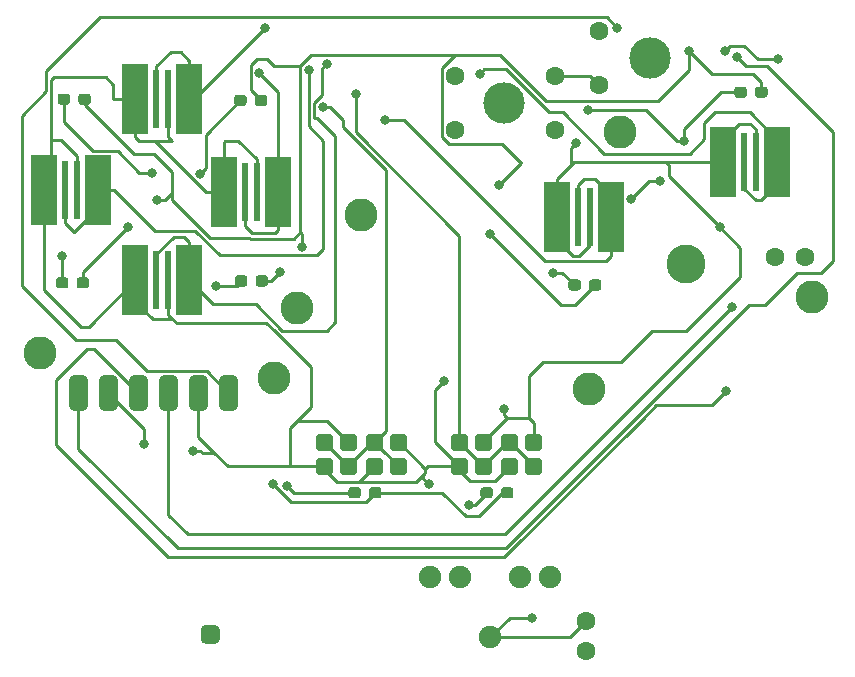
<source format=gbr>
G04 #@! TF.GenerationSoftware,KiCad,Pcbnew,5.1.9+dfsg1-1*
G04 #@! TF.CreationDate,2021-11-24T09:04:39+00:00*
G04 #@! TF.ProjectId,gbc_retrozero_buttons_led,6762635f-7265-4747-926f-7a65726f5f62,rev?*
G04 #@! TF.SameCoordinates,Original*
G04 #@! TF.FileFunction,Copper,L1,Top*
G04 #@! TF.FilePolarity,Positive*
%FSLAX46Y46*%
G04 Gerber Fmt 4.6, Leading zero omitted, Abs format (unit mm)*
G04 Created by KiCad (PCBNEW 5.1.9+dfsg1-1) date 2021-11-24 09:04:39*
%MOMM*%
%LPD*%
G01*
G04 APERTURE LIST*
G04 #@! TA.AperFunction,SMDPad,CuDef*
%ADD10R,0.500000X5.000000*%
G04 #@! TD*
G04 #@! TA.AperFunction,SMDPad,CuDef*
%ADD11R,2.200000X6.000000*%
G04 #@! TD*
G04 #@! TA.AperFunction,ComponentPad*
%ADD12C,2.800000*%
G04 #@! TD*
G04 #@! TA.AperFunction,ComponentPad*
%ADD13C,3.300000*%
G04 #@! TD*
G04 #@! TA.AperFunction,ComponentPad*
%ADD14C,1.900000*%
G04 #@! TD*
G04 #@! TA.AperFunction,ComponentPad*
%ADD15C,1.600000*%
G04 #@! TD*
G04 #@! TA.AperFunction,ComponentPad*
%ADD16C,3.500000*%
G04 #@! TD*
G04 #@! TA.AperFunction,ViaPad*
%ADD17C,0.800000*%
G04 #@! TD*
G04 #@! TA.AperFunction,Conductor*
%ADD18C,0.250000*%
G04 #@! TD*
G04 APERTURE END LIST*
D10*
X237103920Y-71882000D03*
X236098080Y-71882000D03*
D11*
X234315000Y-71882000D03*
X238887000Y-71882000D03*
D10*
X179572920Y-74295000D03*
X178567080Y-74295000D03*
D11*
X176784000Y-74295000D03*
X181356000Y-74295000D03*
D10*
X187319920Y-81915000D03*
X186314080Y-81915000D03*
D11*
X184531000Y-81915000D03*
X189103000Y-81915000D03*
D12*
X222917300Y-91088460D03*
X241840300Y-83341460D03*
X225584300Y-69371460D03*
X203613300Y-76356460D03*
X198215800Y-84230460D03*
X176435300Y-88040460D03*
D13*
X231185000Y-80550000D03*
D12*
X196260000Y-90202000D03*
D14*
X214578480Y-112132360D03*
X212038480Y-107052360D03*
X209498480Y-107052360D03*
X217118480Y-107052360D03*
X219658480Y-107052360D03*
G04 #@! TA.AperFunction,SMDPad,CuDef*
G36*
G01*
X193205000Y-90340000D02*
X193205000Y-92540000D01*
G75*
G02*
X192805000Y-92940000I-400000J0D01*
G01*
X192005000Y-92940000D01*
G75*
G02*
X191605000Y-92540000I0J400000D01*
G01*
X191605000Y-90340000D01*
G75*
G02*
X192005000Y-89940000I400000J0D01*
G01*
X192805000Y-89940000D01*
G75*
G02*
X193205000Y-90340000I0J-400000D01*
G01*
G37*
G04 #@! TD.AperFunction*
G04 #@! TA.AperFunction,SMDPad,CuDef*
G36*
G01*
X190665000Y-90340000D02*
X190665000Y-92540000D01*
G75*
G02*
X190265000Y-92940000I-400000J0D01*
G01*
X189465000Y-92940000D01*
G75*
G02*
X189065000Y-92540000I0J400000D01*
G01*
X189065000Y-90340000D01*
G75*
G02*
X189465000Y-89940000I400000J0D01*
G01*
X190265000Y-89940000D01*
G75*
G02*
X190665000Y-90340000I0J-400000D01*
G01*
G37*
G04 #@! TD.AperFunction*
G04 #@! TA.AperFunction,SMDPad,CuDef*
G36*
G01*
X188125000Y-90340000D02*
X188125000Y-92540000D01*
G75*
G02*
X187725000Y-92940000I-400000J0D01*
G01*
X186925000Y-92940000D01*
G75*
G02*
X186525000Y-92540000I0J400000D01*
G01*
X186525000Y-90340000D01*
G75*
G02*
X186925000Y-89940000I400000J0D01*
G01*
X187725000Y-89940000D01*
G75*
G02*
X188125000Y-90340000I0J-400000D01*
G01*
G37*
G04 #@! TD.AperFunction*
G04 #@! TA.AperFunction,SMDPad,CuDef*
G36*
G01*
X185585000Y-90340000D02*
X185585000Y-92540000D01*
G75*
G02*
X185185000Y-92940000I-400000J0D01*
G01*
X184385000Y-92940000D01*
G75*
G02*
X183985000Y-92540000I0J400000D01*
G01*
X183985000Y-90340000D01*
G75*
G02*
X184385000Y-89940000I400000J0D01*
G01*
X185185000Y-89940000D01*
G75*
G02*
X185585000Y-90340000I0J-400000D01*
G01*
G37*
G04 #@! TD.AperFunction*
G04 #@! TA.AperFunction,SMDPad,CuDef*
G36*
G01*
X183045000Y-90340000D02*
X183045000Y-92540000D01*
G75*
G02*
X182645000Y-92940000I-400000J0D01*
G01*
X181845000Y-92940000D01*
G75*
G02*
X181445000Y-92540000I0J400000D01*
G01*
X181445000Y-90340000D01*
G75*
G02*
X181845000Y-89940000I400000J0D01*
G01*
X182645000Y-89940000D01*
G75*
G02*
X183045000Y-90340000I0J-400000D01*
G01*
G37*
G04 #@! TD.AperFunction*
G04 #@! TA.AperFunction,SMDPad,CuDef*
G36*
G01*
X180505000Y-90340000D02*
X180505000Y-92540000D01*
G75*
G02*
X180105000Y-92940000I-400000J0D01*
G01*
X179305000Y-92940000D01*
G75*
G02*
X178905000Y-92540000I0J400000D01*
G01*
X178905000Y-90340000D01*
G75*
G02*
X179305000Y-89940000I400000J0D01*
G01*
X180105000Y-89940000D01*
G75*
G02*
X180505000Y-90340000I0J-400000D01*
G01*
G37*
G04 #@! TD.AperFunction*
G04 #@! TA.AperFunction,SMDPad,CuDef*
G36*
G01*
X191681000Y-111487000D02*
X191681000Y-112287000D01*
G75*
G02*
X191281000Y-112687000I-400000J0D01*
G01*
X190481000Y-112687000D01*
G75*
G02*
X190081000Y-112287000I0J400000D01*
G01*
X190081000Y-111487000D01*
G75*
G02*
X190481000Y-111087000I400000J0D01*
G01*
X191281000Y-111087000D01*
G75*
G02*
X191681000Y-111487000I0J-400000D01*
G01*
G37*
G04 #@! TD.AperFunction*
D15*
X238709200Y-79959200D03*
X241249200Y-79959200D03*
G04 #@! TA.AperFunction,SMDPad,CuDef*
G36*
G01*
X199783000Y-96006000D02*
X199783000Y-95256000D01*
G75*
G02*
X200158000Y-94881000I375000J0D01*
G01*
X200908000Y-94881000D01*
G75*
G02*
X201283000Y-95256000I0J-375000D01*
G01*
X201283000Y-96006000D01*
G75*
G02*
X200908000Y-96381000I-375000J0D01*
G01*
X200158000Y-96381000D01*
G75*
G02*
X199783000Y-96006000I0J375000D01*
G01*
G37*
G04 #@! TD.AperFunction*
G04 #@! TA.AperFunction,SMDPad,CuDef*
G36*
G01*
X201815000Y-96006000D02*
X201815000Y-95256000D01*
G75*
G02*
X202190000Y-94881000I375000J0D01*
G01*
X202940000Y-94881000D01*
G75*
G02*
X203315000Y-95256000I0J-375000D01*
G01*
X203315000Y-96006000D01*
G75*
G02*
X202940000Y-96381000I-375000J0D01*
G01*
X202190000Y-96381000D01*
G75*
G02*
X201815000Y-96006000I0J375000D01*
G01*
G37*
G04 #@! TD.AperFunction*
G04 #@! TA.AperFunction,SMDPad,CuDef*
G36*
G01*
X199783000Y-98038000D02*
X199783000Y-97288000D01*
G75*
G02*
X200158000Y-96913000I375000J0D01*
G01*
X200908000Y-96913000D01*
G75*
G02*
X201283000Y-97288000I0J-375000D01*
G01*
X201283000Y-98038000D01*
G75*
G02*
X200908000Y-98413000I-375000J0D01*
G01*
X200158000Y-98413000D01*
G75*
G02*
X199783000Y-98038000I0J375000D01*
G01*
G37*
G04 #@! TD.AperFunction*
G04 #@! TA.AperFunction,SMDPad,CuDef*
G36*
G01*
X201815000Y-98038000D02*
X201815000Y-97288000D01*
G75*
G02*
X202190000Y-96913000I375000J0D01*
G01*
X202940000Y-96913000D01*
G75*
G02*
X203315000Y-97288000I0J-375000D01*
G01*
X203315000Y-98038000D01*
G75*
G02*
X202940000Y-98413000I-375000J0D01*
G01*
X202190000Y-98413000D01*
G75*
G02*
X201815000Y-98038000I0J375000D01*
G01*
G37*
G04 #@! TD.AperFunction*
G04 #@! TA.AperFunction,SMDPad,CuDef*
G36*
G01*
X204037500Y-96006000D02*
X204037500Y-95256000D01*
G75*
G02*
X204412500Y-94881000I375000J0D01*
G01*
X205162500Y-94881000D01*
G75*
G02*
X205537500Y-95256000I0J-375000D01*
G01*
X205537500Y-96006000D01*
G75*
G02*
X205162500Y-96381000I-375000J0D01*
G01*
X204412500Y-96381000D01*
G75*
G02*
X204037500Y-96006000I0J375000D01*
G01*
G37*
G04 #@! TD.AperFunction*
G04 #@! TA.AperFunction,SMDPad,CuDef*
G36*
G01*
X206069500Y-96006000D02*
X206069500Y-95256000D01*
G75*
G02*
X206444500Y-94881000I375000J0D01*
G01*
X207194500Y-94881000D01*
G75*
G02*
X207569500Y-95256000I0J-375000D01*
G01*
X207569500Y-96006000D01*
G75*
G02*
X207194500Y-96381000I-375000J0D01*
G01*
X206444500Y-96381000D01*
G75*
G02*
X206069500Y-96006000I0J375000D01*
G01*
G37*
G04 #@! TD.AperFunction*
G04 #@! TA.AperFunction,SMDPad,CuDef*
G36*
G01*
X206069500Y-98038000D02*
X206069500Y-97288000D01*
G75*
G02*
X206444500Y-96913000I375000J0D01*
G01*
X207194500Y-96913000D01*
G75*
G02*
X207569500Y-97288000I0J-375000D01*
G01*
X207569500Y-98038000D01*
G75*
G02*
X207194500Y-98413000I-375000J0D01*
G01*
X206444500Y-98413000D01*
G75*
G02*
X206069500Y-98038000I0J375000D01*
G01*
G37*
G04 #@! TD.AperFunction*
G04 #@! TA.AperFunction,SMDPad,CuDef*
G36*
G01*
X204037500Y-98038000D02*
X204037500Y-97288000D01*
G75*
G02*
X204412500Y-96913000I375000J0D01*
G01*
X205162500Y-96913000D01*
G75*
G02*
X205537500Y-97288000I0J-375000D01*
G01*
X205537500Y-98038000D01*
G75*
G02*
X205162500Y-98413000I-375000J0D01*
G01*
X204412500Y-98413000D01*
G75*
G02*
X204037500Y-98038000I0J375000D01*
G01*
G37*
G04 #@! TD.AperFunction*
G04 #@! TA.AperFunction,SMDPad,CuDef*
G36*
G01*
X215467500Y-98038000D02*
X215467500Y-97288000D01*
G75*
G02*
X215842500Y-96913000I375000J0D01*
G01*
X216592500Y-96913000D01*
G75*
G02*
X216967500Y-97288000I0J-375000D01*
G01*
X216967500Y-98038000D01*
G75*
G02*
X216592500Y-98413000I-375000J0D01*
G01*
X215842500Y-98413000D01*
G75*
G02*
X215467500Y-98038000I0J375000D01*
G01*
G37*
G04 #@! TD.AperFunction*
G04 #@! TA.AperFunction,SMDPad,CuDef*
G36*
G01*
X217499500Y-98038000D02*
X217499500Y-97288000D01*
G75*
G02*
X217874500Y-96913000I375000J0D01*
G01*
X218624500Y-96913000D01*
G75*
G02*
X218999500Y-97288000I0J-375000D01*
G01*
X218999500Y-98038000D01*
G75*
G02*
X218624500Y-98413000I-375000J0D01*
G01*
X217874500Y-98413000D01*
G75*
G02*
X217499500Y-98038000I0J375000D01*
G01*
G37*
G04 #@! TD.AperFunction*
G04 #@! TA.AperFunction,SMDPad,CuDef*
G36*
G01*
X217499500Y-96006000D02*
X217499500Y-95256000D01*
G75*
G02*
X217874500Y-94881000I375000J0D01*
G01*
X218624500Y-94881000D01*
G75*
G02*
X218999500Y-95256000I0J-375000D01*
G01*
X218999500Y-96006000D01*
G75*
G02*
X218624500Y-96381000I-375000J0D01*
G01*
X217874500Y-96381000D01*
G75*
G02*
X217499500Y-96006000I0J375000D01*
G01*
G37*
G04 #@! TD.AperFunction*
G04 #@! TA.AperFunction,SMDPad,CuDef*
G36*
G01*
X215467500Y-96006000D02*
X215467500Y-95256000D01*
G75*
G02*
X215842500Y-94881000I375000J0D01*
G01*
X216592500Y-94881000D01*
G75*
G02*
X216967500Y-95256000I0J-375000D01*
G01*
X216967500Y-96006000D01*
G75*
G02*
X216592500Y-96381000I-375000J0D01*
G01*
X215842500Y-96381000D01*
G75*
G02*
X215467500Y-96006000I0J375000D01*
G01*
G37*
G04 #@! TD.AperFunction*
G04 #@! TA.AperFunction,SMDPad,CuDef*
G36*
G01*
X213245000Y-98038000D02*
X213245000Y-97288000D01*
G75*
G02*
X213620000Y-96913000I375000J0D01*
G01*
X214370000Y-96913000D01*
G75*
G02*
X214745000Y-97288000I0J-375000D01*
G01*
X214745000Y-98038000D01*
G75*
G02*
X214370000Y-98413000I-375000J0D01*
G01*
X213620000Y-98413000D01*
G75*
G02*
X213245000Y-98038000I0J375000D01*
G01*
G37*
G04 #@! TD.AperFunction*
G04 #@! TA.AperFunction,SMDPad,CuDef*
G36*
G01*
X211213000Y-98038000D02*
X211213000Y-97288000D01*
G75*
G02*
X211588000Y-96913000I375000J0D01*
G01*
X212338000Y-96913000D01*
G75*
G02*
X212713000Y-97288000I0J-375000D01*
G01*
X212713000Y-98038000D01*
G75*
G02*
X212338000Y-98413000I-375000J0D01*
G01*
X211588000Y-98413000D01*
G75*
G02*
X211213000Y-98038000I0J375000D01*
G01*
G37*
G04 #@! TD.AperFunction*
G04 #@! TA.AperFunction,SMDPad,CuDef*
G36*
G01*
X213245000Y-96006000D02*
X213245000Y-95256000D01*
G75*
G02*
X213620000Y-94881000I375000J0D01*
G01*
X214370000Y-94881000D01*
G75*
G02*
X214745000Y-95256000I0J-375000D01*
G01*
X214745000Y-96006000D01*
G75*
G02*
X214370000Y-96381000I-375000J0D01*
G01*
X213620000Y-96381000D01*
G75*
G02*
X213245000Y-96006000I0J375000D01*
G01*
G37*
G04 #@! TD.AperFunction*
G04 #@! TA.AperFunction,SMDPad,CuDef*
G36*
G01*
X211213000Y-96006000D02*
X211213000Y-95256000D01*
G75*
G02*
X211588000Y-94881000I375000J0D01*
G01*
X212338000Y-94881000D01*
G75*
G02*
X212713000Y-95256000I0J-375000D01*
G01*
X212713000Y-96006000D01*
G75*
G02*
X212338000Y-96381000I-375000J0D01*
G01*
X211588000Y-96381000D01*
G75*
G02*
X211213000Y-96006000I0J375000D01*
G01*
G37*
G04 #@! TD.AperFunction*
D10*
X187319920Y-66548000D03*
X186314080Y-66548000D03*
D11*
X184531000Y-66548000D03*
X189103000Y-66548000D03*
D10*
X194812920Y-74422000D03*
X193807080Y-74422000D03*
D11*
X192024000Y-74422000D03*
X196596000Y-74422000D03*
D10*
X223006920Y-76581000D03*
X222001080Y-76581000D03*
D11*
X220218000Y-76581000D03*
X224790000Y-76581000D03*
D15*
X211582000Y-69215000D03*
X211582000Y-64643000D03*
X220091000Y-69215000D03*
X220091000Y-64643000D03*
D16*
X215773000Y-66929000D03*
D15*
X223774000Y-60833000D03*
X223774000Y-65405000D03*
D16*
X228092000Y-63119000D03*
D15*
X222656400Y-113322100D03*
X222656400Y-110782100D03*
G04 #@! TA.AperFunction,SMDPad,CuDef*
G36*
G01*
X194646000Y-66912500D02*
X194646000Y-66437500D01*
G75*
G02*
X194883500Y-66200000I237500J0D01*
G01*
X195458500Y-66200000D01*
G75*
G02*
X195696000Y-66437500I0J-237500D01*
G01*
X195696000Y-66912500D01*
G75*
G02*
X195458500Y-67150000I-237500J0D01*
G01*
X194883500Y-67150000D01*
G75*
G02*
X194646000Y-66912500I0J237500D01*
G01*
G37*
G04 #@! TD.AperFunction*
G04 #@! TA.AperFunction,SMDPad,CuDef*
G36*
G01*
X192896000Y-66912500D02*
X192896000Y-66437500D01*
G75*
G02*
X193133500Y-66200000I237500J0D01*
G01*
X193708500Y-66200000D01*
G75*
G02*
X193946000Y-66437500I0J-237500D01*
G01*
X193946000Y-66912500D01*
G75*
G02*
X193708500Y-67150000I-237500J0D01*
G01*
X193133500Y-67150000D01*
G75*
G02*
X192896000Y-66912500I0J237500D01*
G01*
G37*
G04 #@! TD.AperFunction*
G04 #@! TA.AperFunction,SMDPad,CuDef*
G36*
G01*
X177811000Y-82355700D02*
X177811000Y-81880700D01*
G75*
G02*
X178048500Y-81643200I237500J0D01*
G01*
X178623500Y-81643200D01*
G75*
G02*
X178861000Y-81880700I0J-237500D01*
G01*
X178861000Y-82355700D01*
G75*
G02*
X178623500Y-82593200I-237500J0D01*
G01*
X178048500Y-82593200D01*
G75*
G02*
X177811000Y-82355700I0J237500D01*
G01*
G37*
G04 #@! TD.AperFunction*
G04 #@! TA.AperFunction,SMDPad,CuDef*
G36*
G01*
X179561000Y-82355700D02*
X179561000Y-81880700D01*
G75*
G02*
X179798500Y-81643200I237500J0D01*
G01*
X180373500Y-81643200D01*
G75*
G02*
X180611000Y-81880700I0J-237500D01*
G01*
X180611000Y-82355700D01*
G75*
G02*
X180373500Y-82593200I-237500J0D01*
G01*
X179798500Y-82593200D01*
G75*
G02*
X179561000Y-82355700I0J237500D01*
G01*
G37*
G04 #@! TD.AperFunction*
G04 #@! TA.AperFunction,SMDPad,CuDef*
G36*
G01*
X177950700Y-66810900D02*
X177950700Y-66335900D01*
G75*
G02*
X178188200Y-66098400I237500J0D01*
G01*
X178763200Y-66098400D01*
G75*
G02*
X179000700Y-66335900I0J-237500D01*
G01*
X179000700Y-66810900D01*
G75*
G02*
X178763200Y-67048400I-237500J0D01*
G01*
X178188200Y-67048400D01*
G75*
G02*
X177950700Y-66810900I0J237500D01*
G01*
G37*
G04 #@! TD.AperFunction*
G04 #@! TA.AperFunction,SMDPad,CuDef*
G36*
G01*
X179700700Y-66810900D02*
X179700700Y-66335900D01*
G75*
G02*
X179938200Y-66098400I237500J0D01*
G01*
X180513200Y-66098400D01*
G75*
G02*
X180750700Y-66335900I0J-237500D01*
G01*
X180750700Y-66810900D01*
G75*
G02*
X180513200Y-67048400I-237500J0D01*
G01*
X179938200Y-67048400D01*
G75*
G02*
X179700700Y-66810900I0J237500D01*
G01*
G37*
G04 #@! TD.AperFunction*
G04 #@! TA.AperFunction,SMDPad,CuDef*
G36*
G01*
X194712100Y-82190600D02*
X194712100Y-81715600D01*
G75*
G02*
X194949600Y-81478100I237500J0D01*
G01*
X195524600Y-81478100D01*
G75*
G02*
X195762100Y-81715600I0J-237500D01*
G01*
X195762100Y-82190600D01*
G75*
G02*
X195524600Y-82428100I-237500J0D01*
G01*
X194949600Y-82428100D01*
G75*
G02*
X194712100Y-82190600I0J237500D01*
G01*
G37*
G04 #@! TD.AperFunction*
G04 #@! TA.AperFunction,SMDPad,CuDef*
G36*
G01*
X192962100Y-82190600D02*
X192962100Y-81715600D01*
G75*
G02*
X193199600Y-81478100I237500J0D01*
G01*
X193774600Y-81478100D01*
G75*
G02*
X194012100Y-81715600I0J-237500D01*
G01*
X194012100Y-82190600D01*
G75*
G02*
X193774600Y-82428100I-237500J0D01*
G01*
X193199600Y-82428100D01*
G75*
G02*
X192962100Y-82190600I0J237500D01*
G01*
G37*
G04 #@! TD.AperFunction*
G04 #@! TA.AperFunction,SMDPad,CuDef*
G36*
G01*
X202562000Y-100123000D02*
X202562000Y-99648000D01*
G75*
G02*
X202799500Y-99410500I237500J0D01*
G01*
X203374500Y-99410500D01*
G75*
G02*
X203612000Y-99648000I0J-237500D01*
G01*
X203612000Y-100123000D01*
G75*
G02*
X203374500Y-100360500I-237500J0D01*
G01*
X202799500Y-100360500D01*
G75*
G02*
X202562000Y-100123000I0J237500D01*
G01*
G37*
G04 #@! TD.AperFunction*
G04 #@! TA.AperFunction,SMDPad,CuDef*
G36*
G01*
X204312000Y-100123000D02*
X204312000Y-99648000D01*
G75*
G02*
X204549500Y-99410500I237500J0D01*
G01*
X205124500Y-99410500D01*
G75*
G02*
X205362000Y-99648000I0J-237500D01*
G01*
X205362000Y-100123000D01*
G75*
G02*
X205124500Y-100360500I-237500J0D01*
G01*
X204549500Y-100360500D01*
G75*
G02*
X204312000Y-100123000I0J237500D01*
G01*
G37*
G04 #@! TD.AperFunction*
G04 #@! TA.AperFunction,SMDPad,CuDef*
G36*
G01*
X215489300Y-100135700D02*
X215489300Y-99660700D01*
G75*
G02*
X215726800Y-99423200I237500J0D01*
G01*
X216301800Y-99423200D01*
G75*
G02*
X216539300Y-99660700I0J-237500D01*
G01*
X216539300Y-100135700D01*
G75*
G02*
X216301800Y-100373200I-237500J0D01*
G01*
X215726800Y-100373200D01*
G75*
G02*
X215489300Y-100135700I0J237500D01*
G01*
G37*
G04 #@! TD.AperFunction*
G04 #@! TA.AperFunction,SMDPad,CuDef*
G36*
G01*
X213739300Y-100135700D02*
X213739300Y-99660700D01*
G75*
G02*
X213976800Y-99423200I237500J0D01*
G01*
X214551800Y-99423200D01*
G75*
G02*
X214789300Y-99660700I0J-237500D01*
G01*
X214789300Y-100135700D01*
G75*
G02*
X214551800Y-100373200I-237500J0D01*
G01*
X213976800Y-100373200D01*
G75*
G02*
X213739300Y-100135700I0J237500D01*
G01*
G37*
G04 #@! TD.AperFunction*
G04 #@! TA.AperFunction,SMDPad,CuDef*
G36*
G01*
X221194200Y-82533500D02*
X221194200Y-82058500D01*
G75*
G02*
X221431700Y-81821000I237500J0D01*
G01*
X222006700Y-81821000D01*
G75*
G02*
X222244200Y-82058500I0J-237500D01*
G01*
X222244200Y-82533500D01*
G75*
G02*
X222006700Y-82771000I-237500J0D01*
G01*
X221431700Y-82771000D01*
G75*
G02*
X221194200Y-82533500I0J237500D01*
G01*
G37*
G04 #@! TD.AperFunction*
G04 #@! TA.AperFunction,SMDPad,CuDef*
G36*
G01*
X222944200Y-82533500D02*
X222944200Y-82058500D01*
G75*
G02*
X223181700Y-81821000I237500J0D01*
G01*
X223756700Y-81821000D01*
G75*
G02*
X223994200Y-82058500I0J-237500D01*
G01*
X223994200Y-82533500D01*
G75*
G02*
X223756700Y-82771000I-237500J0D01*
G01*
X223181700Y-82771000D01*
G75*
G02*
X222944200Y-82533500I0J237500D01*
G01*
G37*
G04 #@! TD.AperFunction*
G04 #@! TA.AperFunction,SMDPad,CuDef*
G36*
G01*
X237001800Y-66214000D02*
X237001800Y-65739000D01*
G75*
G02*
X237239300Y-65501500I237500J0D01*
G01*
X237814300Y-65501500D01*
G75*
G02*
X238051800Y-65739000I0J-237500D01*
G01*
X238051800Y-66214000D01*
G75*
G02*
X237814300Y-66451500I-237500J0D01*
G01*
X237239300Y-66451500D01*
G75*
G02*
X237001800Y-66214000I0J237500D01*
G01*
G37*
G04 #@! TD.AperFunction*
G04 #@! TA.AperFunction,SMDPad,CuDef*
G36*
G01*
X235251800Y-66214000D02*
X235251800Y-65739000D01*
G75*
G02*
X235489300Y-65501500I237500J0D01*
G01*
X236064300Y-65501500D01*
G75*
G02*
X236301800Y-65739000I0J-237500D01*
G01*
X236301800Y-66214000D01*
G75*
G02*
X236064300Y-66451500I-237500J0D01*
G01*
X235489300Y-66451500D01*
G75*
G02*
X235251800Y-66214000I0J237500D01*
G01*
G37*
G04 #@! TD.AperFunction*
D17*
X195465700Y-60566300D03*
X218122500Y-110464600D03*
X234467400Y-62445900D03*
X238899700Y-63182500D03*
X200761600Y-63563500D03*
X199199500Y-64109600D03*
X195008500Y-64363600D03*
X213677500Y-64427100D03*
X205651100Y-68326000D03*
X200418700Y-67208400D03*
X203174600Y-66116200D03*
X234505500Y-91274900D03*
X235458000Y-62992000D03*
X225348800Y-60502800D03*
X235064300Y-84137500D03*
X221856300Y-70269100D03*
X185267600Y-95745300D03*
X189433200Y-96329500D03*
X233997500Y-77381100D03*
X210629500Y-90436700D03*
X215773000Y-92760800D03*
X209359500Y-99160500D03*
X231368600Y-62458600D03*
X183896000Y-77393800D03*
X186359800Y-75095100D03*
X196151500Y-99148900D03*
X215290400Y-73825100D03*
X214515700Y-77939900D03*
X198653400Y-79070200D03*
X196748400Y-81229200D03*
X222821500Y-67462400D03*
X185915300Y-72783700D03*
X197408800Y-99301300D03*
X212813900Y-100888800D03*
X219887800Y-81267300D03*
X226490002Y-74993500D03*
X228968300Y-73482200D03*
X231013000Y-70078600D03*
X178308000Y-79857600D03*
X191350900Y-82346800D03*
X190003003Y-72886997D03*
D18*
X189484000Y-66548000D02*
X189103000Y-66548000D01*
X195465700Y-60566300D02*
X189484000Y-66548000D01*
X188403300Y-62598300D02*
X189103000Y-63298000D01*
X189103000Y-63298000D02*
X189103000Y-66548000D01*
X187513780Y-62598300D02*
X188403300Y-62598300D01*
X186314080Y-63798000D02*
X187513780Y-62598300D01*
X186314080Y-66548000D02*
X186314080Y-63798000D01*
X221306140Y-112132360D02*
X222656400Y-110782100D01*
X214578480Y-112132360D02*
X221306140Y-112132360D01*
X216246240Y-110464600D02*
X214578480Y-112132360D01*
X218122500Y-110464600D02*
X216246240Y-110464600D01*
X234867399Y-62045901D02*
X236074001Y-62045901D01*
X234467400Y-62445900D02*
X234867399Y-62045901D01*
X236074001Y-62045901D02*
X237210600Y-63182500D01*
X237210600Y-63182500D02*
X238899700Y-63182500D01*
X189103000Y-78665000D02*
X188635011Y-78197011D01*
X189103000Y-81915000D02*
X189103000Y-78665000D01*
X186314080Y-79665000D02*
X186314080Y-81915000D01*
X187782069Y-78197011D02*
X186314080Y-79665000D01*
X188635011Y-78197011D02*
X187782069Y-78197011D01*
X191135000Y-83947000D02*
X189103000Y-81915000D01*
X200736200Y-86169500D02*
X196953010Y-86169500D01*
X201434700Y-85471000D02*
X200736200Y-86169500D01*
X201434700Y-69710300D02*
X201434700Y-85471000D01*
X199865410Y-68141010D02*
X201434700Y-69710300D01*
X194730510Y-83947000D02*
X191135000Y-83947000D01*
X199649510Y-68141010D02*
X199865410Y-68141010D01*
X199649510Y-66904588D02*
X199649510Y-68141010D01*
X200361601Y-66192497D02*
X199649510Y-66904588D01*
X200361601Y-63963499D02*
X200361601Y-66192497D01*
X196953010Y-86169500D02*
X194730510Y-83947000D01*
X200761600Y-63563500D02*
X200361601Y-63963499D01*
X178567080Y-77045000D02*
X179322280Y-77800200D01*
X178567080Y-74295000D02*
X178567080Y-77045000D01*
X181356000Y-75766480D02*
X181356000Y-74295000D01*
X179322280Y-77800200D02*
X181356000Y-75766480D01*
X199199500Y-68846700D02*
X199199500Y-64109600D01*
X200456800Y-70104000D02*
X199199500Y-68846700D01*
X200456800Y-79273400D02*
X200456800Y-70104000D01*
X189620003Y-77747001D02*
X191668203Y-79795201D01*
X199934999Y-79795201D02*
X200456800Y-79273400D01*
X191668203Y-79795201D02*
X199934999Y-79795201D01*
X186158001Y-77747001D02*
X189620003Y-77747001D01*
X182706000Y-74295000D02*
X186158001Y-77747001D01*
X181356000Y-74295000D02*
X182706000Y-74295000D01*
X196596000Y-65951100D02*
X196596000Y-74422000D01*
X195008500Y-64363600D02*
X196596000Y-65951100D01*
X193807080Y-74422000D02*
X193807080Y-77284580D01*
X193807080Y-77284580D02*
X194437000Y-77914500D01*
X196596000Y-77672000D02*
X196596000Y-74422000D01*
X196353500Y-77914500D02*
X196596000Y-77672000D01*
X194437000Y-77914500D02*
X196353500Y-77914500D01*
X237537000Y-75132000D02*
X238887000Y-73782000D01*
X236098080Y-74132000D02*
X237098080Y-75132000D01*
X238887000Y-73782000D02*
X238887000Y-71882000D01*
X237098080Y-75132000D02*
X237537000Y-75132000D01*
X236098080Y-71882000D02*
X236098080Y-74132000D01*
X238887000Y-69982000D02*
X238887000Y-71882000D01*
X233635459Y-67646459D02*
X236551459Y-67646459D01*
X232689309Y-68592609D02*
X233635459Y-67646459D01*
X236551459Y-67646459D02*
X238887000Y-69982000D01*
X231482900Y-71183500D02*
X232689309Y-69977091D01*
X232689309Y-69977091D02*
X232689309Y-68592609D01*
X224243900Y-71183500D02*
X231482900Y-71183500D01*
X220706859Y-67646459D02*
X224243900Y-71183500D01*
X219561461Y-67646459D02*
X220706859Y-67646459D01*
X215897602Y-63982600D02*
X219561461Y-67646459D01*
X215853101Y-64027101D02*
X215897602Y-63982600D01*
X214077499Y-64027101D02*
X215853101Y-64027101D01*
X213677500Y-64427100D02*
X214077499Y-64027101D01*
X223440000Y-73331000D02*
X224790000Y-74681000D01*
X224790000Y-74681000D02*
X224790000Y-76581000D01*
X222001080Y-73831000D02*
X222501080Y-73331000D01*
X222501080Y-73331000D02*
X223440000Y-73331000D01*
X222001080Y-76581000D02*
X222001080Y-73831000D01*
X207275402Y-68326000D02*
X205651100Y-68326000D01*
X207276700Y-68324702D02*
X207275402Y-68326000D01*
X224339990Y-80281010D02*
X219233008Y-80281010D01*
X219233008Y-80281010D02*
X207276700Y-68324702D01*
X224790000Y-79831000D02*
X224339990Y-80281010D01*
X224790000Y-76581000D02*
X224790000Y-79831000D01*
X201608010Y-96706010D02*
X202565000Y-97663000D01*
X200533000Y-95631000D02*
X201608010Y-96706010D01*
X204597000Y-95631000D02*
X204787500Y-95631000D01*
X202565000Y-97663000D02*
X204597000Y-95631000D01*
X205498375Y-96341875D02*
X206819500Y-97663000D01*
X204787500Y-95631000D02*
X205498375Y-96341875D01*
X205498375Y-94920125D02*
X204787500Y-95631000D01*
X205744490Y-94674010D02*
X205498375Y-94920125D01*
X205744490Y-72546890D02*
X205744490Y-94674010D01*
X202082400Y-68884800D02*
X205744490Y-72546890D01*
X202082400Y-68306415D02*
X202082400Y-68529200D01*
X200418700Y-67208400D02*
X200984385Y-67208400D01*
X200984385Y-67208400D02*
X202082400Y-68306415D01*
X202082400Y-68529200D02*
X202082400Y-68884800D01*
X213868000Y-97536000D02*
X213995000Y-97663000D01*
X211963000Y-95631000D02*
X213868000Y-97536000D01*
X216027000Y-95631000D02*
X216217500Y-95631000D01*
X213995000Y-97663000D02*
X216027000Y-95631000D01*
X216217500Y-95631000D02*
X218249500Y-97663000D01*
X211963000Y-94781000D02*
X211963000Y-95631000D01*
X211963000Y-78128990D02*
X211963000Y-94781000D01*
X203174600Y-69340590D02*
X211963000Y-78128990D01*
X203174600Y-66116200D02*
X203174600Y-69340590D01*
X181051200Y-87706200D02*
X180454300Y-87706200D01*
X184785000Y-91440000D02*
X181051200Y-87706200D01*
X180454300Y-87706200D02*
X177825400Y-90335100D01*
X177825400Y-95885000D02*
X187299600Y-105359200D01*
X177825400Y-90335100D02*
X177825400Y-95885000D01*
X187299600Y-105359200D02*
X215747600Y-105359200D01*
X227488790Y-93624400D02*
X228650800Y-92462390D01*
X227482400Y-93624400D02*
X227488790Y-93624400D01*
X215747600Y-105359200D02*
X227482400Y-93624400D01*
X228650800Y-92462390D02*
X229901790Y-92462390D01*
X233318010Y-92462390D02*
X233064010Y-92462390D01*
X234505500Y-91274900D02*
X233318010Y-92462390D01*
X233064010Y-92462390D02*
X229901790Y-92462390D01*
X215885890Y-104584500D02*
X236461300Y-84009090D01*
X188137800Y-104584500D02*
X215885890Y-104584500D01*
X179705000Y-96151700D02*
X188137800Y-104584500D01*
X179705000Y-91440000D02*
X179705000Y-96151700D01*
X237796210Y-84009090D02*
X240525300Y-81280000D01*
X236461300Y-84009090D02*
X237796210Y-84009090D01*
X240525300Y-81280000D02*
X242557300Y-81280000D01*
X242557300Y-81280000D02*
X243598700Y-80238600D01*
X243598700Y-80238600D02*
X243598700Y-69380100D01*
X237998000Y-63779400D02*
X236245400Y-63779400D01*
X243598700Y-69380100D02*
X237998000Y-63779400D01*
X236245400Y-63779400D02*
X235458000Y-62992000D01*
X224454930Y-59608930D02*
X225348800Y-60502800D01*
X224120690Y-59610010D02*
X224121770Y-59608930D01*
X176964277Y-64221423D02*
X181575690Y-59610010D01*
X176964277Y-65902777D02*
X176964277Y-64221423D01*
X224121770Y-59608930D02*
X224454930Y-59608930D01*
X181575690Y-59610010D02*
X224120690Y-59610010D01*
X182854600Y-86944200D02*
X179514500Y-86944200D01*
X179514500Y-86944200D02*
X174917100Y-82346800D01*
X185525390Y-89614990D02*
X182854600Y-86944200D01*
X190579990Y-89614990D02*
X185525390Y-89614990D01*
X174917100Y-67949954D02*
X176964277Y-65902777D01*
X174917100Y-82346800D02*
X174917100Y-67949954D01*
X192405000Y-91440000D02*
X190579990Y-89614990D01*
X189001400Y-103416100D02*
X215811100Y-103416100D01*
X187325000Y-101739700D02*
X189001400Y-103416100D01*
X187325000Y-91440000D02*
X187325000Y-101739700D01*
X233934000Y-85267800D02*
X233934000Y-85293200D01*
X235064300Y-84137500D02*
X233934000Y-85267800D01*
X215811100Y-103416100D02*
X233934000Y-85293200D01*
X223012000Y-64643000D02*
X223774000Y-65405000D01*
X220091000Y-64643000D02*
X223012000Y-64643000D01*
X234315000Y-69982000D02*
X234315000Y-71882000D01*
X235665000Y-68632000D02*
X234315000Y-69982000D01*
X236603920Y-68632000D02*
X235665000Y-68632000D01*
X237103920Y-69132000D02*
X236603920Y-68632000D01*
X237103920Y-71882000D02*
X237103920Y-69132000D01*
X183181000Y-66548000D02*
X184531000Y-66548000D01*
X182631000Y-66548000D02*
X183181000Y-66548000D01*
X192024000Y-70153080D02*
X192024000Y-74422000D01*
X220218000Y-76581000D02*
X220218000Y-73331000D01*
X221705100Y-71843900D02*
X228561900Y-71843900D01*
X189865000Y-91440000D02*
X189865000Y-95186500D01*
X197662800Y-97663000D02*
X197662800Y-94373700D01*
X197662800Y-97663000D02*
X200533000Y-97663000D01*
X192341500Y-97663000D02*
X197662800Y-97663000D01*
X199390000Y-92646500D02*
X199390000Y-89242900D01*
X199390000Y-89242900D02*
X196291200Y-86144100D01*
X213995000Y-95631000D02*
X216027000Y-93599000D01*
X216027000Y-93599000D02*
X217868500Y-93599000D01*
X218249500Y-93980000D02*
X218249500Y-95631000D01*
X217868500Y-93599000D02*
X218249500Y-93980000D01*
X217868500Y-93599000D02*
X217868500Y-90004900D01*
X209092800Y-97904300D02*
X206819500Y-95631000D01*
X209092800Y-98183700D02*
X209092800Y-97904300D01*
X202565000Y-95631000D02*
X200723500Y-93789500D01*
X198247000Y-93789500D02*
X197980300Y-94056200D01*
X200723500Y-93789500D02*
X198247000Y-93789500D01*
X197662800Y-94373700D02*
X197980300Y-94056200D01*
X197980300Y-94056200D02*
X199390000Y-92646500D01*
X209334100Y-97663000D02*
X211963000Y-97663000D01*
X209092800Y-97904300D02*
X209334100Y-97663000D01*
X221386400Y-70739000D02*
X221386400Y-72162600D01*
X221856300Y-70269100D02*
X221386400Y-70739000D01*
X220218000Y-73331000D02*
X221386400Y-72162600D01*
X221386400Y-72162600D02*
X221705100Y-71843900D01*
X182245000Y-91440000D02*
X185267600Y-94462600D01*
X185267600Y-94462600D02*
X185267600Y-95745300D01*
X190214785Y-96545400D02*
X191223900Y-96545400D01*
X189998885Y-96329500D02*
X190214785Y-96545400D01*
X189865000Y-95186500D02*
X191223900Y-96545400D01*
X189433200Y-96329500D02*
X189998885Y-96329500D01*
X191223900Y-96545400D02*
X192341500Y-97663000D01*
X211963000Y-97663000D02*
X209905600Y-95605600D01*
X209905600Y-95605600D02*
X209905600Y-94653100D01*
X225640900Y-88823800D02*
X219049600Y-88823800D01*
X228269800Y-86194900D02*
X225640900Y-88823800D01*
X217868500Y-90004900D02*
X219049600Y-88823800D01*
X220218000Y-78481000D02*
X220218000Y-76581000D01*
X221568000Y-79831000D02*
X220218000Y-78481000D01*
X222086082Y-79831000D02*
X221568000Y-79831000D01*
X223006920Y-78910162D02*
X222086082Y-79831000D01*
X223006920Y-76581000D02*
X223006920Y-78910162D01*
X228600000Y-71882000D02*
X228561900Y-71843900D01*
X184531000Y-66548000D02*
X184531000Y-69798000D01*
X192105690Y-70071390D02*
X192024000Y-70153080D01*
X184531000Y-69798000D02*
X184804390Y-70071390D01*
X187319920Y-69792400D02*
X187598910Y-70071390D01*
X187319920Y-66548000D02*
X187319920Y-69792400D01*
X194812920Y-71672000D02*
X194812920Y-74422000D01*
X193212310Y-70071390D02*
X194812920Y-71672000D01*
X192105690Y-70071390D02*
X193212310Y-70071390D01*
X187319920Y-81915000D02*
X187319920Y-84816922D01*
X188024798Y-85521800D02*
X195605400Y-85521800D01*
X195605400Y-85521800D02*
X196227700Y-86144100D01*
X196291200Y-86144100D02*
X196227700Y-86144100D01*
X184531000Y-81915000D02*
X184531000Y-83705700D01*
X185984501Y-85159201D02*
X187662199Y-85159201D01*
X184531000Y-83705700D02*
X185984501Y-85159201D01*
X187662199Y-85159201D02*
X188024798Y-85521800D01*
X187319920Y-84816922D02*
X187662199Y-85159201D01*
X200533000Y-97663000D02*
X200533000Y-97866200D01*
X201625200Y-98958400D02*
X203492100Y-98958400D01*
X203638150Y-98812350D02*
X204787500Y-97663000D01*
X203492100Y-98958400D02*
X203638150Y-98812350D01*
X200533000Y-97866200D02*
X201625200Y-98958400D01*
X208318100Y-98958400D02*
X208622900Y-98653600D01*
X203492100Y-98958400D02*
X208318100Y-98958400D01*
X211963000Y-97663000D02*
X211963000Y-97993200D01*
X211963000Y-97993200D02*
X212902800Y-98933000D01*
X214947500Y-98933000D02*
X216217500Y-97663000D01*
X212902800Y-98933000D02*
X214947500Y-98933000D01*
X228269800Y-86194900D02*
X231190800Y-86194900D01*
X231190800Y-86194900D02*
X235750100Y-81635600D01*
X235750100Y-79133700D02*
X233997500Y-77381100D01*
X235750100Y-81635600D02*
X235750100Y-79133700D01*
X229704900Y-73088500D02*
X229704900Y-72123300D01*
X229463600Y-71882000D02*
X228600000Y-71882000D01*
X234315000Y-71882000D02*
X229463600Y-71882000D01*
X229704900Y-72123300D02*
X229463600Y-71882000D01*
X233997500Y-77381100D02*
X229704900Y-73088500D01*
X180606700Y-85839300D02*
X184531000Y-81915000D01*
X179908200Y-85839300D02*
X180606700Y-85839300D01*
X176784000Y-82715100D02*
X179908200Y-85839300D01*
X176784000Y-74295000D02*
X176784000Y-82715100D01*
X182631000Y-66548000D02*
X182631000Y-65346500D01*
X182631000Y-65346500D02*
X182003700Y-64719200D01*
X177414287Y-73664713D02*
X176784000Y-74295000D01*
X177673000Y-64719200D02*
X177414287Y-64977913D01*
X182003700Y-64719200D02*
X177673000Y-64719200D01*
X177414287Y-70010387D02*
X178214387Y-70010387D01*
X177414287Y-64977913D02*
X177414287Y-70010387D01*
X177414287Y-70010387D02*
X177414287Y-73664713D01*
X179572920Y-71368920D02*
X179572920Y-74295000D01*
X178214387Y-70010387D02*
X179572920Y-71368920D01*
X184804390Y-70071390D02*
X185209590Y-70071390D01*
X185209590Y-70071390D02*
X186162090Y-70071390D01*
X185209590Y-70071390D02*
X187598910Y-70071390D01*
X190512700Y-74422000D02*
X192024000Y-74422000D01*
X186162090Y-70071390D02*
X190512700Y-74422000D01*
X209905600Y-91160600D02*
X210629500Y-90436700D01*
X209905600Y-94653100D02*
X209905600Y-91160600D01*
X215773000Y-93345000D02*
X216027000Y-93599000D01*
X215773000Y-92760800D02*
X215773000Y-93345000D01*
X208915000Y-98716000D02*
X208915000Y-98361500D01*
X209359500Y-99160500D02*
X208915000Y-98716000D01*
X208915000Y-98361500D02*
X209092800Y-98183700D01*
X208622900Y-98653600D02*
X208915000Y-98361500D01*
X219264512Y-66713100D02*
X215416412Y-62865000D01*
X228765100Y-66713100D02*
X219264512Y-66713100D01*
X215416412Y-62865000D02*
X211556600Y-62865000D01*
X210456999Y-63964601D02*
X210456999Y-69753699D01*
X211556600Y-62865000D02*
X210456999Y-63964601D01*
X211043301Y-70340001D02*
X215551801Y-70340001D01*
X210456999Y-69753699D02*
X211043301Y-70340001D01*
X215551801Y-70340001D02*
X217131900Y-71920100D01*
X217131900Y-71894700D02*
X217182700Y-71843900D01*
X217131900Y-71920100D02*
X217131900Y-71894700D01*
X211530099Y-62838499D02*
X211556600Y-62865000D01*
X199397599Y-62838499D02*
X211530099Y-62838499D01*
X198474499Y-63761599D02*
X199397599Y-62838499D01*
X187058300Y-75095100D02*
X187639900Y-74513500D01*
X186359800Y-75095100D02*
X187058300Y-75095100D01*
X187639900Y-74513500D02*
X187639900Y-75130488D01*
X204837000Y-99885500D02*
X210527900Y-99885500D01*
X210527900Y-99885500D02*
X212483700Y-101841300D01*
X215584810Y-99898200D02*
X216014300Y-99898200D01*
X213641710Y-101841300D02*
X215584810Y-99898200D01*
X212483700Y-101841300D02*
X213641710Y-101841300D01*
X197688110Y-100685510D02*
X196151500Y-99148900D01*
X204036990Y-100685510D02*
X197688110Y-100685510D01*
X204837000Y-99885500D02*
X204036990Y-100685510D01*
X215290400Y-73825100D02*
X217182700Y-71932800D01*
X218655810Y-82080010D02*
X214515700Y-77939900D01*
X231368600Y-64109600D02*
X228765100Y-66713100D01*
X231368600Y-62458600D02*
X231368600Y-64109600D01*
X198474499Y-63761599D02*
X196298799Y-63761599D01*
X196298799Y-63761599D02*
X195694300Y-63157100D01*
X195694300Y-63157100D02*
X194805300Y-63157100D01*
X194283499Y-65787499D02*
X195171000Y-66675000D01*
X194283499Y-63678901D02*
X194283499Y-65787499D01*
X194805300Y-63157100D02*
X194283499Y-63678901D01*
X180086000Y-81203800D02*
X180086000Y-82118200D01*
X183896000Y-77393800D02*
X180086000Y-81203800D01*
X187639900Y-75130488D02*
X190862006Y-78352594D01*
X198653400Y-78018302D02*
X198474499Y-77839401D01*
X198653400Y-79070200D02*
X198653400Y-78018302D01*
X198474499Y-77839401D02*
X198474499Y-63761599D01*
X197949390Y-78364510D02*
X198474499Y-77839401D01*
X194250600Y-78364510D02*
X197949390Y-78364510D01*
X194238684Y-78352594D02*
X194250600Y-78364510D01*
X190862006Y-78352594D02*
X194238684Y-78352594D01*
X196024500Y-81953100D02*
X196748400Y-81229200D01*
X195237100Y-81953100D02*
X196024500Y-81953100D01*
X180225700Y-67048400D02*
X184386200Y-71208900D01*
X180225700Y-66573400D02*
X180225700Y-67048400D01*
X186143900Y-71208900D02*
X187639900Y-72704900D01*
X184386200Y-71208900D02*
X186143900Y-71208900D01*
X187639900Y-72704900D02*
X187639900Y-74513500D01*
X223469200Y-82296000D02*
X221754700Y-84010500D01*
X220586300Y-84010500D02*
X218655810Y-82080010D01*
X221754700Y-84010500D02*
X220586300Y-84010500D01*
X231368600Y-62458600D02*
X233324400Y-64414400D01*
X237526800Y-65111600D02*
X236829600Y-64414400D01*
X237526800Y-65976500D02*
X237526800Y-65111600D01*
X233324400Y-64414400D02*
X236829600Y-64414400D01*
X227764400Y-67462400D02*
X222821500Y-67462400D01*
X228348600Y-68046600D02*
X227764400Y-67462400D01*
X197993000Y-99885500D02*
X197408800Y-99301300D01*
X203087000Y-99885500D02*
X197993000Y-99885500D01*
X213273700Y-100888800D02*
X214264300Y-99898200D01*
X212813900Y-100888800D02*
X213273700Y-100888800D01*
X226490002Y-74993500D02*
X228001302Y-73482200D01*
X228001302Y-73482200D02*
X228968300Y-73482200D01*
X230380600Y-70078600D02*
X231013000Y-70078600D01*
X228348600Y-68046600D02*
X230380600Y-70078600D01*
X178308000Y-82090200D02*
X178336000Y-82118200D01*
X178308000Y-79857600D02*
X178308000Y-82090200D01*
X193093400Y-82346800D02*
X193487100Y-81953100D01*
X191350900Y-82346800D02*
X193093400Y-82346800D01*
X178475700Y-68481000D02*
X178475700Y-66573400D01*
X180964699Y-70969999D02*
X178475700Y-68481000D01*
X183034799Y-70969999D02*
X180964699Y-70969999D01*
X184848500Y-72783700D02*
X183034799Y-70969999D01*
X185915300Y-72783700D02*
X184848500Y-72783700D01*
X190528001Y-69567999D02*
X193421000Y-66675000D01*
X190528001Y-72361999D02*
X190528001Y-69567999D01*
X190003003Y-72886997D02*
X190528001Y-72361999D01*
X220690500Y-81267300D02*
X221719200Y-82296000D01*
X219887800Y-81267300D02*
X220690500Y-81267300D01*
X231013000Y-70078600D02*
X231013000Y-69088000D01*
X234124500Y-65976500D02*
X235776800Y-65976500D01*
X231013000Y-69088000D02*
X234124500Y-65976500D01*
M02*

</source>
